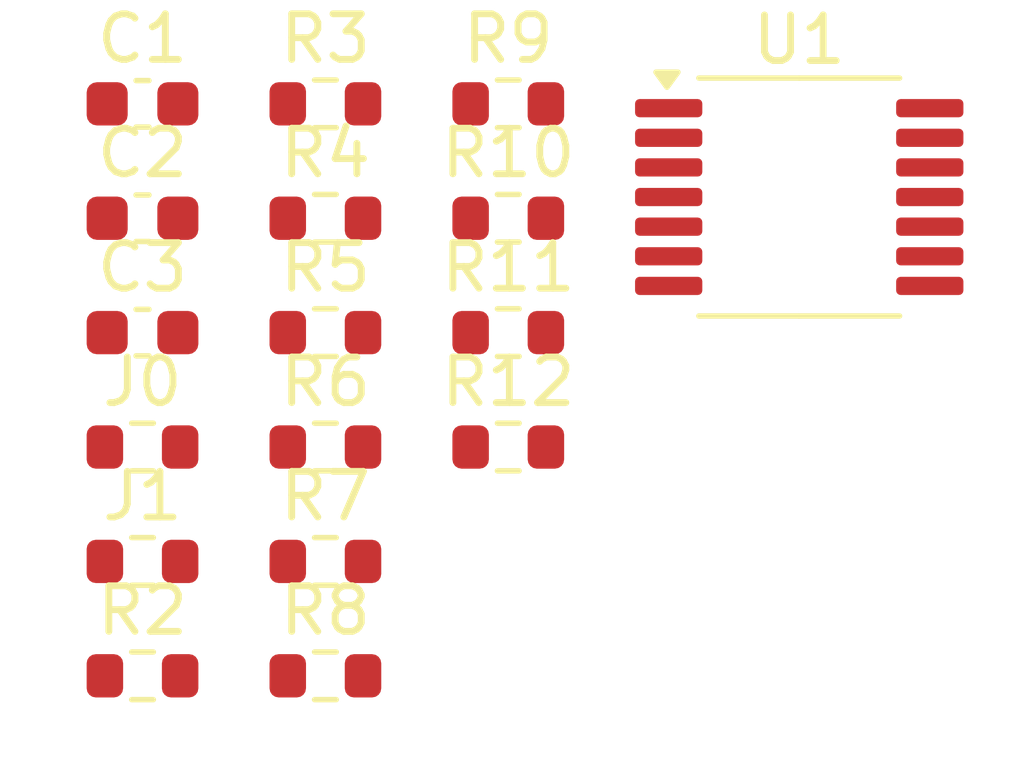
<source format=kicad_pcb>
(kicad_pcb (version 20240108) (generator "pcbnew") (generator_version "8.0")
  (layers (0 "F.Cu" signal) (31 "B.Cu" signal) (34 "B.Paste" user) (35 "F.Paste" user) (36 "B.SilkS" user "B.Silkscreen") (37 "F.SilkS" user "F.Silkscreen") (38 "B.Mask" user) (39 "F.Mask" user) (44 "Edge.Cuts" user))
  (net 0 "")
  (net 1 "/V_Curr")
  (net 2 "GND")
  (net 3 "Net-(Q2-S)")
  (net 4 "Net-(C2-Pad1)")
  (net 5 "/V_out")
  (net 6 "Net-(U1C--)")
  (net 7 "Net-(Q4-D)")
  (net 8 "Net-(Q2-D)")
  (net 9 "20V")
  (net 10 "Net-(R2-Pad2)")
  (net 11 "Net-(R3-Pad2)")
  (net 12 "Net-(U1B-+)")
  (net 13 "Net-(Q3-G)")
  (net 14 "Net-(Q2-G)")
  (net 15 "Net-(Q1-G)")
  (net 16 "Net-(Q4-G)")
  (net 17 "Net-(R11-Pad2)")
  (net 18 "Net-(Q5-G)")
  (net 19 "Net-(Q5-S)")
  (net 20 "Net-(U1C-+)")
  (net 21 "Net-(U1A-+)")
  (net 22 "Net-(U1D--)")
  (net 24 "Net-(Q3-D)")
  (footprint "Resistor_SMD:R_0603_1608Metric" (layer "F.Cu") (at 53.0475 49.345)
    (property "Reference" "R7" (at 0 -1.43 0) (layer "F.SilkS"))
    (property "Value" "100")
    (fp_line (start -0.237258 -0.5225) (end 0.237258 -0.5225) (stroke (width 0.12)) (layer "F.SilkS"))
    (fp_line (start -0.237258 0.5225) (end 0.237258 0.5225) (stroke (width 0.12)) (layer "F.SilkS"))
    (pad "1" smd roundrect (at -0.825 0) (size 0.8 0.95) (layers "F.Cu" "F.Paste" "F.Mask") (net 15 "Net-(Q1-G)"))
    (pad "2" smd roundrect (at 0.825 0) (size 0.8 0.95) (layers "F.Cu" "F.Paste" "F.Mask") (net 7 "Net-(Q4-D)"))
  )
  (footprint "Package_SO:TSSOP-14_4.4x5mm_P0.65mm" (layer "F.Cu") (at 63.4375 41.35)
    (property "Reference" "U1" (at 0 -3.45 0) (layer "F.SilkS"))
    (property "Value" "Opamp_Quad")
    (fp_line (start 0 -2.61) (end -2.2 -2.61) (stroke (width 0.12)) (layer "F.SilkS"))
    (fp_line (start 0 -2.61) (end 2.2 -2.61) (stroke (width 0.12)) (layer "F.SilkS"))
    (fp_line (start 0 2.61) (end -2.2 2.61) (stroke (width 0.12)) (layer "F.SilkS"))
    (fp_line (start 0 2.61) (end 2.2 2.61) (stroke (width 0.12)) (layer "F.SilkS"))
    (fp_poly (pts (xy -2.9 -2.41) (xy -3.14 -2.74) (xy -2.66 -2.74) (xy -2.9 -2.41)) (stroke (width 0.12)) (fill solid) (layer "F.SilkS"))
    (pad "1" smd roundrect (at -2.8625 -1.95) (size 1.475 0.4) (layers "F.Cu" "F.Paste" "F.Mask") (net 24 "Net-(Q3-D)"))
    (pad "2" smd roundrect (at -2.8625 -1.3) (size 1.475 0.4) (layers "F.Cu" "F.Paste" "F.Mask") (net 5 "/V_out"))
    (pad "3" smd roundrect (at -2.8625 -0.65) (size 1.475 0.4) (layers "F.Cu" "F.Paste" "F.Mask") (net 21 "Net-(U1A-+)"))
    (pad "4" smd roundrect (at -2.8625 0) (size 1.475 0.4) (layers "F.Cu" "F.Paste" "F.Mask"))
    (pad "5" smd roundrect (at -2.8625 0.65) (size 1.475 0.4) (layers "F.Cu" "F.Paste" "F.Mask") (net 12 "Net-(U1B-+)"))
    (pad "6" smd roundrect (at -2.8625 1.3) (size 1.475 0.4) (layers "F.Cu" "F.Paste" "F.Mask") (net 1 "/V_Curr"))
    (pad "7" smd roundrect (at -2.8625 1.95) (size 1.475 0.4) (layers "F.Cu" "F.Paste" "F.Mask") (net 3 "Net-(Q2-S)"))
    (pad "8" smd roundrect (at 2.8625 1.95) (size 1.475 0.4) (layers "F.Cu" "F.Paste" "F.Mask") (net 4 "Net-(C2-Pad1)"))
    (pad "9" smd roundrect (at 2.8625 1.3) (size 1.475 0.4) (layers "F.Cu" "F.Paste" "F.Mask") (net 6 "Net-(U1C--)"))
    (pad "10" smd roundrect (at 2.8625 0.65) (size 1.475 0.4) (layers "F.Cu" "F.Paste" "F.Mask") (net 20 "Net-(U1C-+)"))
    (pad "11" smd roundrect (at 2.8625 0) (size 1.475 0.4) (layers "F.Cu" "F.Paste" "F.Mask"))
    (pad "12" smd roundrect (at 2.8625 -0.65) (size 1.475 0.4) (layers "F.Cu" "F.Paste" "F.Mask") (net 19 "Net-(Q5-S)"))
    (pad "13" smd roundrect (at 2.8625 -1.3) (size 1.475 0.4) (layers "F.Cu" "F.Paste" "F.Mask") (net 22 "Net-(U1D--)"))
    (pad "14" smd roundrect (at 2.8625 -1.95) (size 1.475 0.4) (layers "F.Cu" "F.Paste" "F.Mask") (net 17 "Net-(R11-Pad2)"))
  )
  (footprint "Capacitor_SMD:C_0603_1608Metric" (layer "F.Cu") (at 49.0375 41.815)
    (property "Reference" "C2" (at 0 -1.43 0) (layer "F.SilkS"))
    (property "Value" "DNP")
    (fp_line (start -0.14058 -0.51) (end 0.14058 -0.51) (stroke (width 0.12)) (layer "F.SilkS"))
    (fp_line (start -0.14058 0.51) (end 0.14058 0.51) (stroke (width 0.12)) (layer "F.SilkS"))
    (pad "1" smd roundrect (at -0.775 0) (size 0.9 0.95) (layers "F.Cu" "F.Paste" "F.Mask") (net 4 "Net-(C2-Pad1)"))
    (pad "2" smd roundrect (at 0.775 0) (size 0.9 0.95) (layers "F.Cu" "F.Paste" "F.Mask") (net 3 "Net-(Q2-S)"))
  )
  (footprint "Resistor_SMD:R_0603_1608Metric" (layer "F.Cu") (at 57.0575 44.325)
    (property "Reference" "R11" (at 0 -1.43 0) (layer "F.SilkS"))
    (property "Value" "100")
    (fp_line (start -0.237258 -0.5225) (end 0.237258 -0.5225) (stroke (width 0.12)) (layer "F.SilkS"))
    (fp_line (start -0.237258 0.5225) (end 0.237258 0.5225) (stroke (width 0.12)) (layer "F.SilkS"))
    (pad "1" smd roundrect (at -0.825 0) (size 0.8 0.95) (layers "F.Cu" "F.Paste" "F.Mask") (net 18 "Net-(Q5-G)"))
    (pad "2" smd roundrect (at 0.825 0) (size 0.8 0.95) (layers "F.Cu" "F.Paste" "F.Mask") (net 17 "Net-(R11-Pad2)"))
  )
  (footprint "Resistor_SMD:R_0603_1608Metric" (layer "F.Cu") (at 53.0475 41.815)
    (property "Reference" "R4" (at 0 -1.43 0) (layer "F.SilkS"))
    (property "Value" "100")
    (fp_line (start -0.237258 -0.5225) (end 0.237258 -0.5225) (stroke (width 0.12)) (layer "F.SilkS"))
    (fp_line (start -0.237258 0.5225) (end 0.237258 0.5225) (stroke (width 0.12)) (layer "F.SilkS"))
    (pad "1" smd roundrect (at -0.825 0) (size 0.8 0.95) (layers "F.Cu" "F.Paste" "F.Mask") (net 13 "Net-(Q3-G)"))
    (pad "2" smd roundrect (at 0.825 0) (size 0.8 0.95) (layers "F.Cu" "F.Paste" "F.Mask") (net 4 "Net-(C2-Pad1)"))
  )
  (footprint "Capacitor_SMD:C_0603_1608Metric" (layer "F.Cu") (at 49.0375 39.305)
    (property "Reference" "C1" (at 0 -1.43 0) (layer "F.SilkS"))
    (property "Value" "DNP")
    (fp_line (start -0.14058 -0.51) (end 0.14058 -0.51) (stroke (width 0.12)) (layer "F.SilkS"))
    (fp_line (start -0.14058 0.51) (end 0.14058 0.51) (stroke (width 0.12)) (layer "F.SilkS"))
    (pad "1" smd roundrect (at -0.775 0) (size 0.9 0.95) (layers "F.Cu" "F.Paste" "F.Mask") (net 1 "/V_Curr"))
    (pad "2" smd roundrect (at 0.775 0) (size 0.9 0.95) (layers "F.Cu" "F.Paste" "F.Mask") (net 2 "GND"))
  )
  (footprint "Resistor_SMD:R_0603_1608Metric" (layer "F.Cu") (at 57.0575 46.835)
    (property "Reference" "R12" (at 0 -1.43 0) (layer "F.SilkS"))
    (property "Value" "10k")
    (fp_line (start -0.237258 -0.5225) (end 0.237258 -0.5225) (stroke (width 0.12)) (layer "F.SilkS"))
    (fp_line (start -0.237258 0.5225) (end 0.237258 0.5225) (stroke (width 0.12)) (layer "F.SilkS"))
    (pad "1" smd roundrect (at -0.825 0) (size 0.8 0.95) (layers "F.Cu" "F.Paste" "F.Mask") (net 5 "/V_out"))
    (pad "2" smd roundrect (at 0.825 0) (size 0.8 0.95) (layers "F.Cu" "F.Paste" "F.Mask") (net 19 "Net-(Q5-S)"))
  )
  (footprint "Resistor_SMD:R_0603_1608Metric" (layer "F.Cu") (at 53.0475 39.305)
    (property "Reference" "R3" (at 0 -1.43 0) (layer "F.SilkS"))
    (property "Value" "R_Small")
    (fp_line (start -0.237258 -0.5225) (end 0.237258 -0.5225) (stroke (width 0.12)) (layer "F.SilkS"))
    (fp_line (start -0.237258 0.5225) (end 0.237258 0.5225) (stroke (width 0.12)) (layer "F.SilkS"))
    (pad "1" smd roundrect (at -0.825 0) (size 0.8 0.95) (layers "F.Cu" "F.Paste" "F.Mask") (net 12 "Net-(U1B-+)"))
    (pad "2" smd roundrect (at 0.825 0) (size 0.8 0.95) (layers "F.Cu" "F.Paste" "F.Mask") (net 11 "Net-(R3-Pad2)"))
  )
  (footprint "Resistor_SMD:R_0603_1608Metric" (layer "F.Cu") (at 53.0475 46.835)
    (property "Reference" "R6" (at 0 -1.43 0) (layer "F.SilkS"))
    (property "Value" "100k")
    (fp_line (start -0.237258 -0.5225) (end 0.237258 -0.5225) (stroke (width 0.12)) (layer "F.SilkS"))
    (fp_line (start -0.237258 0.5225) (end 0.237258 0.5225) (stroke (width 0.12)) (layer "F.SilkS"))
    (pad "1" smd roundrect (at -0.825 0) (size 0.8 0.95) (layers "F.Cu" "F.Paste" "F.Mask") (net 4 "Net-(C2-Pad1)"))
    (pad "2" smd roundrect (at 0.825 0) (size 0.8 0.95) (layers "F.Cu" "F.Paste" "F.Mask") (net 3 "Net-(Q2-S)"))
  )
  (footprint "Resistor_SMD:R_0603_1608Metric" (layer "F.Cu") (at 49.0375 51.855)
    (property "Reference" "R2" (at 0 -1.43 0) (layer "F.SilkS"))
    (property "Value" "R_Small")
    (fp_line (start -0.237258 -0.5225) (end 0.237258 -0.5225) (stroke (width 0.12)) (layer "F.SilkS"))
    (fp_line (start -0.237258 0.5225) (end 0.237258 0.5225) (stroke (width 0.12)) (layer "F.SilkS"))
    (pad "1" smd roundrect (at -0.825 0) (size 0.8 0.95) (layers "F.Cu" "F.Paste" "F.Mask") (net 9 "20V"))
    (pad "2" smd roundrect (at 0.825 0) (size 0.8 0.95) (layers "F.Cu" "F.Paste" "F.Mask") (net 10 "Net-(R2-Pad2)"))
  )
  (footprint "Capacitor_SMD:C_0603_1608Metric" (layer "F.Cu") (at 49.0375 44.325)
    (property "Reference" "C3" (at 0 -1.43 0) (layer "F.SilkS"))
    (property "Value" "DNP")
    (fp_line (start -0.14058 -0.51) (end 0.14058 -0.51) (stroke (width 0.12)) (layer "F.SilkS"))
    (fp_line (start -0.14058 0.51) (end 0.14058 0.51) (stroke (width 0.12)) (layer "F.SilkS"))
    (pad "1" smd roundrect (at -0.775 0) (size 0.9 0.95) (layers "F.Cu" "F.Paste" "F.Mask") (net 5 "/V_out"))
    (pad "2" smd roundrect (at 0.775 0) (size 0.9 0.95) (layers "F.Cu" "F.Paste" "F.Mask") (net 2 "GND"))
  )
  (footprint "Resistor_SMD:R_0603_1608Metric" (layer "F.Cu") (at 49.0375 46.835)
    (property "Reference" "J0" (at 0 -1.43 0) (layer "F.SilkS"))
    (property "Value" "0")
    (fp_line (start -0.237258 -0.5225) (end 0.237258 -0.5225) (stroke (width 0.12)) (layer "F.SilkS"))
    (fp_line (start -0.237258 0.5225) (end 0.237258 0.5225) (stroke (width 0.12)) (layer "F.SilkS"))
    (pad "1" smd roundrect (at -0.825 0) (size 0.8 0.95) (layers "F.Cu" "F.Paste" "F.Mask") (net 6 "Net-(U1C--)"))
    (pad "2" smd roundrect (at 0.825 0) (size 0.8 0.95) (layers "F.Cu" "F.Paste" "F.Mask") (net 3 "Net-(Q2-S)"))
  )
  (footprint "Resistor_SMD:R_0603_1608Metric" (layer "F.Cu") (at 49.0375 49.345)
    (property "Reference" "J1" (at 0 -1.43 0) (layer "F.SilkS"))
    (property "Value" "DNP")
    (fp_line (start -0.237258 -0.5225) (end 0.237258 -0.5225) (stroke (width 0.12)) (layer "F.SilkS"))
    (fp_line (start -0.237258 0.5225) (end 0.237258 0.5225) (stroke (width 0.12)) (layer "F.SilkS"))
    (pad "1" smd roundrect (at -0.825 0) (size 0.8 0.95) (layers "F.Cu" "F.Paste" "F.Mask") (net 8 "Net-(Q2-D)"))
    (pad "2" smd roundrect (at 0.825 0) (size 0.8 0.95) (layers "F.Cu" "F.Paste" "F.Mask") (net 7 "Net-(Q4-D)"))
  )
  (footprint "Resistor_SMD:R_0603_1608Metric" (layer "F.Cu") (at 53.0475 51.855)
    (property "Reference" "R8" (at 0 -1.43 0) (layer "F.SilkS"))
    (property "Value" "100k")
    (fp_line (start -0.237258 -0.5225) (end 0.237258 -0.5225) (stroke (width 0.12)) (layer "F.SilkS"))
    (fp_line (start -0.237258 0.5225) (end 0.237258 0.5225) (stroke (width 0.12)) (layer "F.SilkS"))
    (pad "1" smd roundrect (at -0.825 0) (size 0.8 0.95) (layers "F.Cu" "F.Paste" "F.Mask") (net 15 "Net-(Q1-G)"))
    (pad "2" smd roundrect (at 0.825 0) (size 0.8 0.95) (layers "F.Cu" "F.Paste" "F.Mask") (net 2 "GND"))
  )
  (footprint "Resistor_SMD:R_0603_1608Metric" (layer "F.Cu") (at 57.0575 41.815)
    (property "Reference" "R10" (at 0 -1.43 0) (layer "F.SilkS"))
    (property "Value" "100k")
    (fp_line (start -0.237258 -0.5225) (end 0.237258 -0.5225) (stroke (width 0.12)) (layer "F.SilkS"))
    (fp_line (start -0.237258 0.5225) (end 0.237258 0.5225) (stroke (width 0.12)) (layer "F.SilkS"))
    (pad "1" smd roundrect (at -0.825 0) (size 0.8 0.95) (layers "F.Cu" "F.Paste" "F.Mask") (net 16 "Net-(Q4-G)"))
    (pad "2" smd roundrect (at 0.825 0) (size 0.8 0.95) (layers "F.Cu" "F.Paste" "F.Mask") (net 2 "GND"))
  )
  (footprint "Resistor_SMD:R_0603_1608Metric" (layer "F.Cu") (at 57.0575 39.305)
    (property "Reference" "R9" (at 0 -1.43 0) (layer "F.SilkS"))
    (property "Value" "100")
    (fp_line (start -0.237258 -0.5225) (end 0.237258 -0.5225) (stroke (width 0.12)) (layer "F.SilkS"))
    (fp_line (start -0.237258 0.5225) (end 0.237258 0.5225) (stroke (width 0.12)) (layer "F.SilkS"))
    (pad "1" smd roundrect (at -0.825 0) (size 0.8 0.95) (layers "F.Cu" "F.Paste" "F.Mask") (net 17 "Net-(R11-Pad2)"))
    (pad "2" smd roundrect (at 0.825 0) (size 0.8 0.95) (layers "F.Cu" "F.Paste" "F.Mask") (net 16 "Net-(Q4-G)"))
  )
  (footprint "Resistor_SMD:R_0603_1608Metric" (layer "F.Cu") (at 53.0475 44.325)
    (property "Reference" "R5" (at 0 -1.43 0) (layer "F.SilkS"))
    (property "Value" "100")
    (fp_line (start -0.237258 -0.5225) (end 0.237258 -0.5225) (stroke (width 0.12)) (layer "F.SilkS"))
    (fp_line (start -0.237258 0.5225) (end 0.237258 0.5225) (stroke (width 0.12)) (layer "F.SilkS"))
    (pad "1" smd roundrect (at -0.825 0) (size 0.8 0.95) (layers "F.Cu" "F.Paste" "F.Mask") (net 4 "Net-(C2-Pad1)"))
    (pad "2" smd roundrect (at 0.825 0) (size 0.8 0.95) (layers "F.Cu" "F.Paste" "F.Mask") (net 14 "Net-(Q2-G)"))
  )
)
</source>
